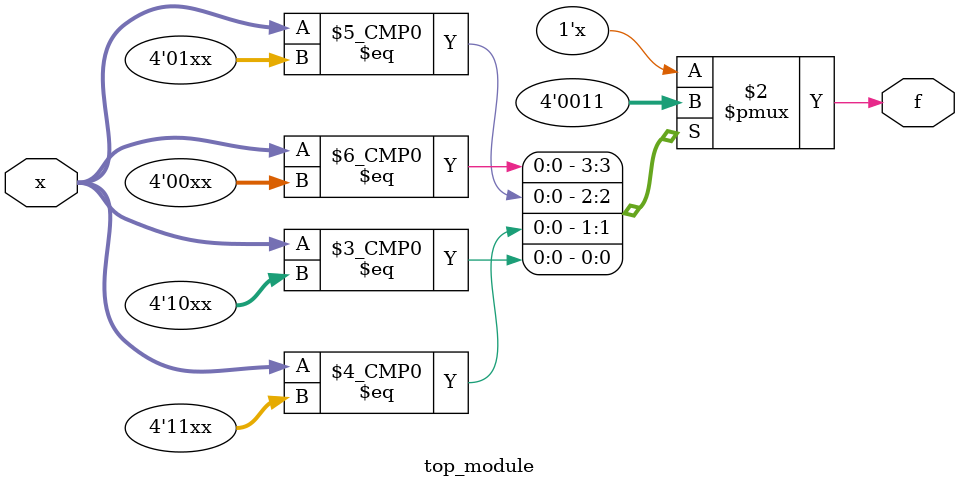
<source format=sv>
module top_module (
	input [4:1] x,
	output logic f
);
	always_comb begin
		case (x)
			4'b00xx: f = 0; // Don't care inputs
			4'b01xx: f = 0; // Don't care inputs
			4'b11xx: f = 1; // Don't care inputs
			4'b10xx: f = 1; // Don't care inputs
			4'b00x0: f = 0;
			4'b0101: f = 1;
			4'b0110: f = 0;
			4'b110x: f = 1; // Don't care inputs
			4'b10x1: f = 0; // Don't care inputs
			default: f = 0; // Assign default value
		endcase
	end
endmodule

</source>
